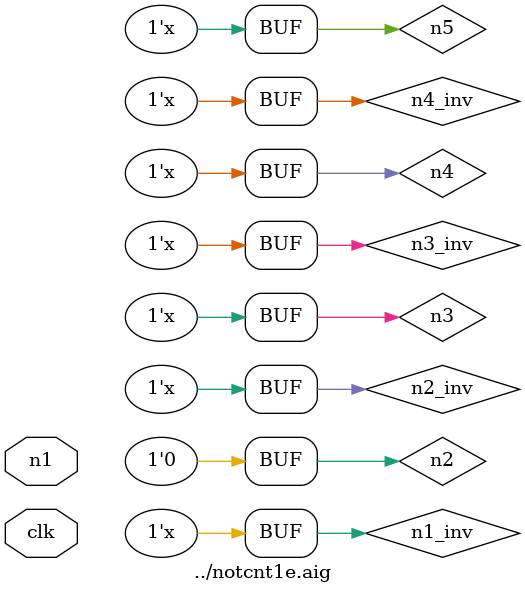
<source format=v>
/* Generated by Yosys 0.8+498 (git sha1 296ecde6, gcc 7.4.0-1ubuntu1~18.04 -fPIC -Os) */

module \../notcnt1e.aig (clk, n1);
  input clk;
  input n1;
  wire n1_inv;
  wire n2;
  wire n2_inv;
  wire n3;
  wire n3_inv;
  wire n4;
  wire n4_inv;
  wire n5;
  assign n1_inv = 1'hx;
  assign n2 = 1'h0;
  assign n2_inv = 1'hx;
  assign n3 = 1'hx;
  assign n3_inv = 1'hx;
  assign n4 = 1'hx;
  assign n4_inv = 1'hx;
  assign n5 = 1'hx;
endmodule

</source>
